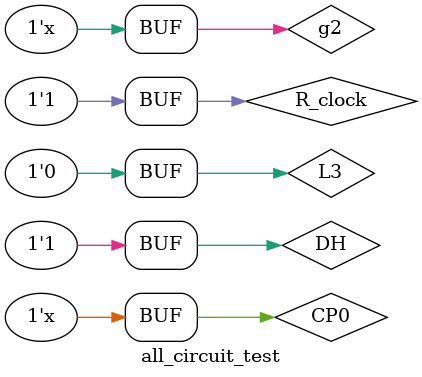
<source format=v>
module all_circuit_test();
reg L3,g2,CP0,R_clock,DH;
wire P1,P1B,S2,G4,D4;

All_Circuit	A1(.L3(L3),.g2(g2),.CP0(CP0),.R_clock(R_clock),.DH(DH),.P1(P1),.P1B(P1B),.S2(S2),.G4(G4),.E4(E4),.D4(D4));

initial
begin
CP0=0;
L3=1;
R_clock=0;
g2=0;
DH=1;
#5 R_clock=1;
#140 L3=0;
end

/*always
begin
#75 L3=0;
end */

always
begin
#10 CP0=~CP0;
end

/*always
begin
#500 L3=~L3;
end*/

always
begin
#20 g2=~g2;
end

endmodule
</source>
